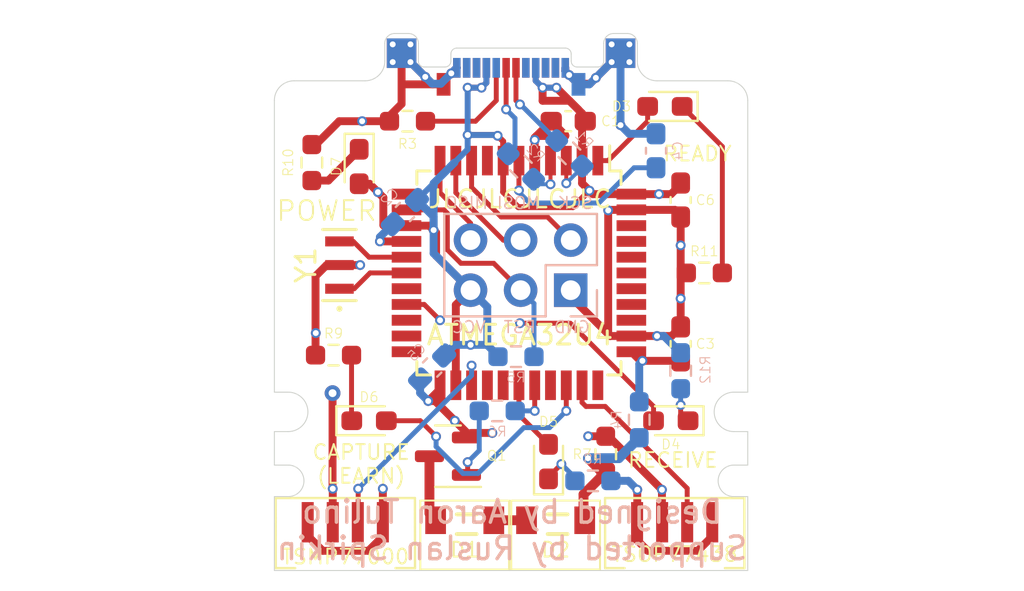
<source format=kicad_pcb>
(kicad_pcb (version 20221018) (generator pcbnew)
  (layers (0 "F.Cu" signal) (1 "In1.Cu" power) (2 "In2.Cu" power) (31 "B.Cu" signal) (34 "B.Paste" user) (35 "F.Paste" user) (36 "B.SilkS" user "B.Silkscreen") (37 "F.SilkS" user "F.Silkscreen") (38 "B.Mask" user) (39 "F.Mask" user) (44 "Edge.Cuts" user))
  (net 0 "")
  (net 1 "VCC")
  (net 2 "GND")
  (net 3 "Net-(U1-UCAP)")
  (net 4 "Net-(D1-A)")
  (net 5 "Net-(D1-K)")
  (net 6 "SPI_SCK")
  (net 7 "RESET")
  (net 8 "SPI_MOSI")
  (net 9 "SPI_MISO")
  (net 10 "Net-(D2-A)")
  (net 11 "Net-(D3-K)")
  (net 12 "Net-(D4-K)")
  (net 13 "Net-(D5-K)")
  (net 14 "Net-(D6-K)")
  (net 15 "Net-(D7-K)")
  (net 18 "Net-(P1-CC)")
  (net 19 "Net-(P1-D+)")
  (net 20 "Net-(P1-D-)")
  (net 25 "USB_DN")
  (net 26 "USB_DP")
  (net 27 "TX_LEDs")
  (net 28 "Ready Indic")
  (net 30 "XTAL2")
  (net 31 "XTAL1")
  (net 33 "Recieve Indic")
  (net 34 "UART_RX")
  (net 35 "UART_TX")
  (net 37 "LEARN")
  (net 39 "Net-(Q1-B)")
  (net 40 "Transmit Indic")
  (net 42 "Capture Indic")
  (net 43 "RECIEVE")
  (net 44 "HWB")
  (net 51 "AREF")
  (footprint "Resistor_SMD:R_0603_1608Metric_Pad0.98x0.95mm_HandSolder" (layer "F.Cu") (at 150 91.1)
    (fp_text reference "R11")
    (fp_text value "150")
  )
  (footprint "Resistor_SMD:R_0603_1608Metric_Pad0.98x0.95mm_HandSolder" (layer "F.Cu") (at 130.1 85.5 -90)
    (fp_text reference "R10")
    (fp_text value "150")
  )
  (footprint "Acheron Mounting Holes:ToolingHole_1.152mm_(for_JLCPCB_SMT)" (layer "F.Cu") (at 129.7 82.55)
    (fp_text reference "REF**" hide)
    (fp_text value "ToolingHole_1.152mm_(for_JLCPCB_SMT)")
  )
  (footprint "RESONATOR_00G55A000R0_MUR:RESONATOR_00G55A000R0_MUR" (layer "F.Cu") (at 131.5 90.7 90)
    (fp_text reference "Y1")
    (fp_text value "CSTNE8M00G55A000R0")
  )
  (footprint "IN-S126ESGHIR:IN-S126ESGHIR" (layer "F.Cu") (at 137.85 105.9 90)
    (fp_text reference "D1")
    (fp_text value "TSAL6200" hide)
  )
  (footprint "Modified_And_Customized:TestPoint_Pad_1.5x1.5mm" (layer "F.Cu") (at 134.65 79.95)
    (fp_text reference "TP1" hide)
    (fp_text value "TestPoint")
  )
  (footprint "TSSP77P38T:Vishay_Heimdall_90" (layer "F.Cu") (at 131.8 104.25 90)
    (fp_text reference "U2" hide)
    (fp_text value "TSMP77000")
  )
  (footprint "Capacitor_SMD:C_0603_1608Metric_Pad1.08x0.95mm_HandSolder" (layer "F.Cu") (at 148.8 94.7 90)
    (fp_text reference "C3")
    (fp_text value "0.1uF")
  )
  (footprint "Capacitor_SMD:C_0603_1608Metric_Pad1.08x0.95mm_HandSolder" (layer "F.Cu") (at 143.1 83.4 180)
    (fp_text reference "C1")
    (fp_text value "0.1uF")
  )
  (footprint "Acheron Mounting Holes:ToolingHole_1.152mm_(for_JLCPCB_SMT)" (layer "F.Cu") (at 140.2 101.6)
    (fp_text reference "REF**" hide)
    (fp_text value "ToolingHole_1.152mm_(for_JLCPCB_SMT)")
  )
  (footprint "LED_SMD:LED_0603_1608Metric_Pad1.05x0.95mm_HandSolder" (layer "F.Cu") (at 142.1 100.675 90)
    (fp_text reference "D5")
    (fp_text value "LTST-C191KFKT")
  )
  (footprint "Package_TO_SOT_SMD:SOT-23" (layer "F.Cu") (at 137 100.4 180)
    (fp_text reference "Q1")
    (fp_text value "MMBT3904")
  )
  (footprint "Resistor_SMD:R_0603_1608Metric_Pad0.98x0.95mm_HandSolder" (layer "F.Cu") (at 145 100.3 90)
    (fp_text reference "R7")
    (fp_text value "47")
  )
  (footprint "TSSP77P38T:Vishay_Heimdall_90" (layer "F.Cu") (at 148.5 104.25 90)
    (fp_text reference "U3" hide)
    (fp_text value "TSOP77438")
  )
  (footprint "Capacitor_SMD:C_0603_1608Metric_Pad1.08x0.95mm_HandSolder" (layer "F.Cu") (at 148.8 87.4 -90)
    (fp_text reference "C6")
    (fp_text value "1uF")
  )
  (footprint "Resistor_SMD:R_0603_1608Metric_Pad0.98x0.95mm_HandSolder" (layer "F.Cu") (at 131.2 95.27)
    (fp_text reference "R9")
    (fp_text value "150")
  )
  (footprint "LED_SMD:LED_0603_1608Metric_Pad1.05x0.95mm_HandSolder" (layer "F.Cu") (at 148.3 98.6 180)
    (fp_text reference "D4")
    (fp_text value "LTST-C191KSKT")
  )
  (footprint "IN-S126ESGHIR:IN-S126ESGHIR" (layer "F.Cu") (at 142.46 105.9 90)
    (fp_text reference "D2")
    (fp_text value "TSAL6200" hide)
  )
  (footprint "Modified_And_Customized:TestPoint_Pad_1.5x1.5mm" (layer "F.Cu") (at 145.75 79.95)
    (fp_text reference "TP3" hide)
    (fp_text value "TestPoint")
  )
  (footprint "LED_SMD:LED_0603_1608Metric_Pad1.05x0.95mm_HandSolder" (layer "F.Cu") (at 133 98.6)
    (fp_text reference "D6")
    (fp_text value "LTST-C191KSKT")
  )
  (footprint "LED_SMD:LED_0603_1608Metric_Pad1.05x0.95mm_HandSolder" (layer "F.Cu") (at 132.5 85.7 -90)
    (fp_text reference "D7")
    (fp_text value "LTST-C191KRKT")
  )
  (footprint "Acheron Mounting Holes:ToolingHole_1.152mm_(for_JLCPCB_SMT)" (layer "F.Cu") (at 150.8 82.85)
    (fp_text reference "REF**" hide)
    (fp_text value "ToolingHole_1.152mm_(for_JLCPCB_SMT)")
  )
  (footprint "Package_QFP:TQFP-44_10x10mm_P0.8mm" (layer "F.Cu") (at 140.6 91.1 -90)
    (fp_text reference "U1" hide)
    (fp_text value "ATmega32U4-AU")
  )
  (footprint "Expansion_Card:USB_C_Plug_Molex_105444" (layer "F.Cu") (at 140.2 80.65)
    (fp_text reference "P1")
    (fp_text value "USB_C_Plug")
    (fp_line (start -3.35 0) (end -4.3 0) (stroke (width 0.05)) (layer "Edge.Cuts"))
    (fp_line (start -3.05 -0.66) (end -3.05 -0.3) (stroke (width 0.05)) (layer "Edge.Cuts"))
    (fp_line (start -2.75 -0.96) (end 2.75 -0.96) (stroke (width 0.05)) (layer "Edge.Cuts"))
    (fp_line (start 3.05 -0.66) (end 3.05 -0.3) (stroke (width 0.05)) (layer "Edge.Cuts"))
    (fp_line (start 3.35 0) (end 4.3 0) (stroke (width 0.05)) (layer "Edge.Cuts"))
    (fp_arc (start -3.05 -0.66) (mid -2.962132 -0.872132) (end -2.75 -0.96) (stroke (width 0.05)) (layer "Edge.Cuts"))
    (fp_arc (start -3.05 -0.3) (mid -3.137868 -0.087868) (end -3.35 0) (stroke (width 0.05)) (layer "Edge.Cuts"))
    (fp_arc (start 2.75 -0.96) (mid 2.962132 -0.872132) (end 3.05 -0.66) (stroke (width 0.05)) (layer "Edge.Cuts"))
    (fp_arc (start 3.35 0) (mid 3.137868 -0.087868) (end 3.05 -0.3) (stroke (width 0.05)) (layer "Edge.Cuts"))
  )
  (footprint "LED_SMD:LED_0603_1608Metric_Pad1.05x0.95mm_HandSolder" (layer "F.Cu") (at 148 82.65 180)
    (fp_text reference "D3")
    (fp_text value "LTST-C191KGKT")
  )
  (footprint "Resistor_SMD:R_0603_1608Metric_Pad0.98x0.95mm_HandSolder" (layer "F.Cu") (at 134.95 83.4 180)
    (fp_text reference "R3")
    (fp_text value "5.1k")
  )
  (footprint "Resistor_SMD:R_0603_1608Metric_Pad0.98x0.95mm_HandSolder" (layer "B.Cu") (at 144.35 101.65 180)
    (fp_text reference "R8")
    (fp_text value "150")
  )
  (footprint "Capacitor_SMD:C_0603_1608Metric_Pad1.08x0.95mm_HandSolder" (layer "B.Cu") (at 134.82 88.01 -135)
    (fp_text reference "C2")
    (fp_text value "0.1uF")
  )
  (footprint "Modified_And_Customized:TestPoint_Pad_1.5x1.5mm" (layer "B.Cu") (at 134.65 79.95 180)
    (fp_text reference "TP2" hide)
    (fp_text value "TestPoint")
  )
  (footprint "Connector_PinHeader_2.54mm:PinHeader_2x03_P2.54mm_Vertical" (layer "B.Cu") (at 143.225 91.975 90)
    (fp_text reference "J1" hide)
    (fp_text value "ISP")
  )
  (footprint "Resistor_SMD:R_0603_1608Metric_Pad0.98x0.95mm_HandSolder" (layer "B.Cu") (at 140.45 95.35 180)
    (fp_text reference "R5")
    (fp_text value "10kΩ")
  )
  (footprint "Resistor_SMD:R_0603_1608Metric_Pad0.98x0.95mm_HandSolder" (layer "B.Cu") (at 140.7 85.7 -45)
    (fp_text reference "R2")
    (fp_text value "22")
  )
  (footprint "Resistor_SMD:R_0603_1608Metric_Pad0.98x0.95mm_HandSolder" (layer "B.Cu") (at 143.16 85.03 -45)
    (fp_text reference "R1")
    (fp_text value "22")
  )
  (footprint "Capacitor_SMD:C_0603_1608Metric_Pad1.08x0.95mm_HandSolder" (layer "B.Cu") (at 147.55 84.9 90)
    (fp_text reference "C4")
    (fp_text value "1uF")
  )
  (footprint "Resistor_SMD:R_0603_1608Metric_Pad0.98x0.95mm_HandSolder" (layer "B.Cu") (at 148.8 96.0625 -90)
    (fp_text reference "R12")
    (fp_text value "150")
  )
  (footprint "Resistor_SMD:R_0603_1608Metric_Pad0.98x0.95mm_HandSolder" (layer "B.Cu") (at 146.7 98.55 90)
    (fp_text reference "R4")
    (fp_text value "47")
  )
  (footprint "Resistor_SMD:R_0603_1608Metric_Pad0.98x0.95mm_HandSolder" (layer "B.Cu") (at 139.5 98.1 180)
    (fp_text reference "R6")
    (fp_text value "1k")
  )
  (footprint "Modified_And_Customized:TestPoint_Pad_1.5x1.5mm" (layer "B.Cu") (at 145.75 79.95 180)
    (fp_text reference "TP4" hide)
    (fp_text value "TestPoint")
  )
  (footprint "Capacitor_SMD:C_0603_1608Metric_Pad1.08x0.95mm_HandSolder" (layer "B.Cu") (at 136.2 95.9 -135)
    (fp_text reference "C5")
    (fp_text value "0.1uF")
  )
  (gr_arc (start 128.9 97.15) (mid 129.9 98.15) (end 128.9 99.15) (stroke (width 0.05)) (layer "Edge.Cuts"))
  (gr_line (start 128.9 100.85) (end 128.2 100.85) (stroke (width 0.05)) (layer "Edge.Cuts"))
  (gr_line (start 135.8 80.65) (end 135.9 80.65) (stroke (width 0.05)) (layer "Edge.Cuts"))
  (gr_line (start 144.9 80.35) (end 144.9 79.45) (stroke (width 0.05)) (layer "Edge.Cuts"))
  (gr_arc (start 151.5 102.45) (mid 150.7 101.65) (end 151.5 100.85) (stroke (width 0.05)) (layer "Edge.Cuts"))
  (gr_line (start 128.9 97.15) (end 128.2 97.15) (stroke (width 0.05)) (layer "Edge.Cuts"))
  (gr_line (start 152.2 97.15) (end 152.2 82.35) (stroke (width 0.05)) (layer "Edge.Cuts"))
  (gr_line (start 133.8 80.35) (end 133.8 79.45) (stroke (width 0.05)) (layer "Edge.Cuts"))
  (gr_arc (start 151.2 81.35) (mid 151.907107 81.642893) (end 152.2 82.35) (stroke (width 0.05)) (layer "Edge.Cuts"))
  (gr_line (start 128.2 102.45) (end 128.9 102.45) (stroke (width 0.05)) (layer "Edge.Cuts"))
  (gr_line (start 132.8 81.35) (end 129.2 81.35) (stroke (width 0.05)) (layer "Edge.Cuts"))
  (gr_line (start 151.5 102.45) (end 152.2 102.45) (stroke (width 0.05)) (layer "Edge.Cuts"))
  (gr_arc (start 144.9 80.35) (mid 144.812132 80.562132) (end 144.6 80.65) (stroke (width 0.05)) (layer "Edge.Cuts"))
  (gr_arc (start 151.5 99.15) (mid 150.5 98.15) (end 151.5 97.15) (stroke (width 0.05)) (layer "Edge.Cuts"))
  (gr_line (start 147.6 81.35) (end 151.2 81.35) (stroke (width 0.05)) (layer "Edge.Cuts"))
  (gr_arc (start 133.8 79.45) (mid 133.946447 79.096447) (end 134.3 78.95) (stroke (width 0.05)) (layer "Edge.Cuts"))
  (gr_line (start 151.5 100.85) (end 152.2 100.85) (stroke (width 0.05)) (layer "Edge.Cuts"))
  (gr_line (start 152.2 106.2) (end 128.2 106.2) (stroke (width 0.05)) (layer "Edge.Cuts"))
  (gr_line (start 135 78.95) (end 134.3 78.95) (stroke (width 0.05)) (layer "Edge.Cuts"))
  (gr_arc (start 133.8 80.35) (mid 133.507107 81.057107) (end 132.8 81.35) (stroke (width 0.05)) (layer "Edge.Cuts"))
  (gr_line (start 146.6 80.35) (end 146.6 79.45) (stroke (width 0.05)) (layer "Edge.Cuts"))
  (gr_arc (start 135.8 80.65) (mid 135.587868 80.562132) (end 135.5 80.35) (stroke (width 0.05)) (layer "Edge.Cuts"))
  (gr_arc (start 147.6 81.35) (mid 146.892893 81.057107) (end 146.6 80.35) (stroke (width 0.05)) (layer "Edge.Cuts"))
  (gr_line (start 144.5 80.65) (end 144.6 80.65) (stroke (width 0.05)) (layer "Edge.Cuts"))
  (gr_line (start 135.5 80.35) (end 135.5 79.45) (stroke (width 0.05)) (layer "Edge.Cuts"))
  (gr_arc (start 128.2 82.35) (mid 128.492893 81.642893) (end 129.2 81.35) (stroke (width 0.05)) (layer "Edge.Cuts"))
  (gr_line (start 146.1 78.95) (end 145.4 78.95) (stroke (width 0.05)) (layer "Edge.Cuts"))
  (gr_arc (start 128.9 100.85) (mid 129.7 101.65) (end 128.9 102.45) (stroke (width 0.05)) (layer "Edge.Cuts"))
  (gr_line (start 151.5 99.15) (end 152.2 99.15) (stroke (width 0.05)) (layer "Edge.Cuts"))
  (gr_line (start 152.2 100.85) (end 152.2 99.15) (stroke (width 0.05)) (layer "Edge.Cuts"))
  (gr_line (start 152.2 106.2) (end 152.2 102.45) (stroke (width 0.05)) (layer "Edge.Cuts"))
  (gr_arc (start 144.9 79.45) (mid 145.046447 79.096447) (end 145.4 78.95) (stroke (width 0.05)) (layer "Edge.Cuts"))
  (gr_line (start 151.5 97.15) (end 152.2 97.15) (stroke (width 0.05)) (layer "Edge.Cuts"))
  (gr_line (start 128.9 99.15) (end 128.2 99.15) (stroke (width 0.05)) (layer "Edge.Cuts"))
  (gr_line (start 128.2 102.45) (end 128.2 106.2) (stroke (width 0.05)) (layer "Edge.Cuts"))
  (gr_arc (start 135 78.95) (mid 135.353553 79.096447) (end 135.5 79.45) (stroke (width 0.05)) (layer "Edge.Cuts"))
  (gr_arc (start 146.1 78.95) (mid 146.453553 79.096447) (end 146.6 79.45) (stroke (width 0.05)) (layer "Edge.Cuts"))
  (gr_line (start 128.2 97.15) (end 128.2 82.35) (stroke (width 0.05)) (layer "Edge.Cuts"))
  (gr_line (start 128.2 100.85) (end 128.2 99.15) (stroke (width 0.05)) (layer "Edge.Cuts"))
  (gr_text "GND  RST  VCC" (at 140.7 93.85) (layer "B.SilkS") (effects (font (size 0.6 0.6) (thickness 0.075)) (justify mirror)))
  (gr_text "Designed by Aaron Tulino\nSupported by Ruslan Spirkin" (at 140.25 104.15) (layer "B.SilkS") (effects (font (size 1.15 1.1) (thickness 0.175)) (justify mirror)))
  (gr_text "SCK  MOSI MISO" (at 140.6 87.55) (layer "B.SilkS") (effects (font (size 0.6 0.6) (thickness 0.075)) (justify mirror)))
  (gr_text "READY" (at 149.65 85.05) (layer "F.SilkS") (effects (font (size 0.75 0.75) (thickness 0.1))))
  (gr_text "ATMEGA32U4" (at 140.65 94.25) (layer "F.SilkS") (effects (font (size 1 1))))
  (gr_text "JLCJLCJLCJLC" (at 140.65 87.35) (layer "F.SilkS") (effects (font (size 0.9 0.9) (thickness 0.125))))
  (gr_text "RECEIVE" (at 148.4 100.6) (layer "F.SilkS") (effects (font (size 0.75 0.75) (thickness 0.1))))
  (gr_text "POWER" (at 130.85 87.95) (layer "F.SilkS") (effects (font (size 1 1) (thickness 0.1))))
  (gr_text "CAPTURE\n(LEARN)" (at 132.6 100.8) (layer "F.SilkS") (effects (font (size 0.75 0.75) (thickness 0.1))))
  (segment (start 141.8 82.363084) (end 141.8 81.7) (width 0.4) (layer "F.Cu") (net 1))
  (segment (start 139.8 86.993884) (end 140.566116 87.76) (width 0.3) (layer "F.Cu") (net 1))
  (segment (start 138 84.1) (end 139.48 84.1) (width 0.3) (layer "F.Cu") (net 1))
  (segment (start 138.95 81.45) (end 138.7 81.7) (width 0.3) (layer "F.Cu") (net 1))
  (segment (start 141.45 80.69) (end 141.45 81.35) (width 0.3) (layer "F.Cu") (net 1))
  (segment (start 137.4 92.72) (end 138.145 91.975) (width 0.4) (layer "F.Cu") (net 1))
  (segment (start 141.45 81.35) (end 141.8 81.7) (width 0.3) (layer "F.Cu") (net 1))
  (segment (start 146.3 87.1) (end 148.3125 87.1) (width 0.4) (layer "F.Cu") (net 1))
  (segment (start 140.566116 87.76) (end 143.34 87.76) (width 0.3) (layer "F.Cu") (net 1))
  (segment (start 136.4 89.05) (end 136.4 90.23) (width 0.4) (layer "F.Cu") (net 1))
  (segment (start 143.605 82.805) (end 142.5 81.7) (width 0.4) (layer "F.Cu") (net 1))
  (segment (start 141.8 82.363084) (end 143.163084 82.363084) (width 0.4) (layer "F.Cu") (net 1))
  (segment (start 133.725 88.675) (end 133.75 88.7) (width 0.4) (layer "F.Cu") (net 1))
  (segment (start 143.8 83) (end 143.605 82.805) (width 0.4) (layer "F.Cu") (net 1))
  (segment (start 137.4 96.8) (end 137.4 92.72) (width 0.4) (layer "F.Cu") (net 1))
  (segment (start 148.3125 87.1) (end 148.875 86.5375) (width 0.4) (layer "F.Cu") (net 1))
  (segment (start 136.275 88.925) (end 136.4 89.05) (width 0.4) (layer "F.Cu") (net 1))
  (segment (start 138.95 80.69) (end 138.95 81.45) (width 0.3) (layer "F.Cu") (net 1))
  (segment (start 146.76 95.56) (end 146.3 95.1) (width 0.4) (layer "F.Cu") (net 1))
  (segment (start 136.05 88.7) (end 136.275 88.925) (width 0.4) (layer "F.Cu") (net 1))
  (segment (start 131.16 102.05) (end 131.15 102.04) (width 0.4) (layer "F.Cu") (net 1))
  (segment (start 143.163084 82.363084) (end 143.605 82.805) (width 0.4) (layer "F.Cu") (net 1))
  (segment (start 141.8 81.7) (end 142.5 81.7) (width 0.3) (layer "F.Cu") (net 1))
  (segment (start 136.4 90.23) (end 138.145 91.975) (width 0.4) (layer "F.Cu") (net 1))
  (segment (start 139.52 84.14) (end 139.8 84.42) (width 0.3) (layer "F.Cu") (net 1))
  (segment (start 139.48 84.1) (end 139.52 84.14) (width 0.3) (layer "F.Cu") (net 1))
  (segment (start 133.55 87.1) (end 133.725 87.275) (width 0.4) (layer "F.Cu") (net 1))
  (segment (start 145.1375 99.3875) (end 147.85 102.1) (width 0.4) (layer "F.Cu") (net 1))
  (segment (start 146.86 95.56) (end 146.76 95.56) (width 0.4) (layer "F.Cu") (net 1))
  (segment (start 133.75 88.7) (end 134.9 88.7) (width 0.4) (layer "F.Cu") (net 1))
  (segment (start 131.15 102.04) (end 131.15 97.2) (width 0.4) (layer "F.Cu") (net 1))
  (segment (start 144.35 87.1) (end 146.3 87.1) (width 0.4) (layer "F.Cu") (net 1))
  (segment (start 134.9 88.7) (end 136.05 88.7) (width 0.4) (layer "F.Cu") (net 1))
  (segment (start 143.8 85.4) (end 143.8 83) (width 0.4) (layer "F.Cu") (net 1))
  (segment (start 131.16 102.05) (end 131.16 103.75) (width 0.4) (layer "F.Cu") (net 1))
  (segment (start 147.85 102.1) (end 147.85 103.74) (width 0.4) (layer "F.Cu") (net 1))
  (segment (start 133.725 87.275) (end 133.725 88.675) (width 0.4) (layer "F.Cu") (net 1))
  (segment (start 132.5 86.575) (end 133.025 86.575) (width 0.4) (layer "F.Cu") (net 1))
  (segment (start 138.7 81.7) (end 138 81.7) (width 0.3) (layer "F.Cu") (net 1))
  (segment (start 133.025 86.575) (end 133.55 87.1) (width 0.4) (layer "F.Cu") (net 1))
  (segment (start 139.8 85.4) (end 139.8 86.993884) (width 0.3) (layer "F.Cu") (net 1))
  (segment (start 144.11 99.3875) (end 145 99.3875) (width 0.4) (layer "F.Cu") (net 1))
  (segment (start 146.86 95.56) (end 148.7975 95.56) (width 0.4) (layer "F.Cu") (net 1))
  (segment (start 143.34 87.76) (end 144.175 86.925) (width 0.3) (layer "F.Cu") (net 1))
  (segment (start 143.8 85.4) (end 143.8 86.55) (width 0.4) (layer "F.Cu") (net 1))
  (segment (start 143.8 86.55) (end 144.35 87.1) (width 0.4) (layer "F.Cu") (net 1))
  (segment (start 139.8 84.42) (end 139.8 85.4) (width 0.3) (layer "F.Cu") (net 1))
  (via (at 141.8 81.7) (size 0.5) (drill 0.3) (layers "F.Cu" "B.Cu") (net 1))
  (via (at 133.45 87) (size 0.5) (drill 0.3) (layers "F.Cu" "B.Cu") (net 1))
  (via (at 131.15 97.2) (size 0.8) (drill 0.4) (layers "F.Cu" "B.Cu") (net 1))
  (via (at 138 81.7) (size 0.5) (drill 0.3) (layers "F.Cu" "B.Cu") (net 1))
  (via (at 136.275 88.925) (size 0.5) (drill 0.3) (layers "F.Cu" "B.Cu") (net 1))
  (via (at 138.7 81.7) (size 0.5) (drill 0.3) (layers "F.Cu" "B.Cu") (net 1))
  (via (at 144.175 86.925) (size 0.5) (drill 0.3) (layers "F.Cu" "B.Cu") (net 1))
  (via (at 147.7 87.1) (size 0.5) (drill 0.3) (layers "F.Cu" "B.Cu") (net 1))
  (via (at 138 84.1) (size 0.5) (drill 0.3) (layers "F.Cu" "B.Cu") (net 1))
  (via (at 144.11 99.3875) (size 0.5) (drill 0.3) (layers "F.Cu" "B.Cu") (net 1))
  (via (at 142.5 81.7) (size 0.5) (drill 0.3) (layers "F.Cu" "B.Cu") (net 1))
  (via (at 147.85 102.1) (size 0.5) (drill 0.3) (layers "F.Cu" "B.Cu") (net 1))
  (via (at 139.52 84.14) (size 0.5) (drill 0.3) (layers "F.Cu" "B.Cu") (net 1))
  (via (at 146.86 95.56) (size 0.5) (drill 0.3) (layers "F.Cu" "B.Cu") (net 1))
  (via (at 138.15 94.75) (size 0.5) (drill 0.3) (layers "F.Cu" "B.Cu") (net 1))
  (via (at 131.16 102.05) (size 0.5) (drill 0.3) (layers "F.Cu" "B.Cu") (net 1))
  (segment (start 136.275 88.925) (end 136.275 88.24524) (width 0.4) (layer "B.Cu") (net 1))
  (segment (start 139.48 84.1) (end 139.52 84.14) (width 0.3) (layer "B.Cu") (net 1))
  (segment (start 138.7 81.7) (end 138 81.7) (width 0.3) (layer "B.Cu") (net 1))
  (segment (start 136.275 88.925) (end 136.275 86.555) (width 0.4) (layer "B.Cu") (net 1))
  (segment (start 138.145 91.975) (end 138.995 92.825) (width 0.4) (layer "B.Cu") (net 1))
  (segment (start 138.15 94.75) (end 137.35 94.75) (width 0.4) (layer "B.Cu") (net 1))
  (segment (start 138.15 94.75) (end 138.9875 94.75) (width 0.4) (layer "B.Cu") (net 1))
  (segment (start 138.95 80.69) (end 138.95 81.45) (width 0.3) (layer "B.Cu") (net 1))
  (segment (start 141.45 81.35) (end 141.8 81.7) (width 0.3) (layer "B.Cu") (net 1))
  (segment (start 138.95 81.45) (end 138.7 81.7) (width 0.3) (layer "B.Cu") (net 1))
  (segment (start 141.45 80.69) (end 141.45 81.35) (width 0.3) (layer "B.Cu") (net 1))
  (segment (start 137.35 94.75) (end 136.80988 95.29012) (width 0.4) (layer "B.Cu") (net 1))
  (segment (start 138.9875 94.75) (end 139.2875 95.05) (width 0.4) (layer "B.Cu") (net 1))
  (segment (start 138.995 94.7425) (end 138.9875 94.75) (width 0.4) (layer "B.Cu") (net 1))
  (segment (start 137.33 85.5) (end 135.42988 87.40012) (width 0.3) (layer "B.Cu") (net 1))
  (segment (start 138 84.1) (end 138 84.83) (width 0.3) (layer "B.Cu") (net 1))
  (segment (start 136.275 88.24524) (end 135.42988 87.40012) (width 0.4) (layer "B.Cu") (net 1))
  (segment (start 146.7 97.6375) (end 146.7 95.72) (width 0.4) (layer "B.Cu") (net 1))
  (segment (start 138 84.1) (end 139.48 84.1) (width 0.3) (layer "B.Cu") (net 1))
  (segment (start 138 81.7) (end 138 84.1) (width 0.3) (layer "B.Cu") (net 1))
  (segment (start 138 84.83) (end 137.33 85.5) (width 0.3) (layer "B.Cu") (net 1))
  (segment (start 136.275 86.555) (end 137.33 85.5) (width 0.4) (layer "B.Cu") (net 1))
  (segment (start 142.5 81.7) (end 141.8 81.7) (width 0.3) (layer "B.Cu") (net 1))
  (segment (start 136.275 88.925) (end 136.275 90.105) (width 0.4) (layer "B.Cu") (net 1))
  (segment (start 136.275 90.105) (end 138.145 91.975) (width 0.4) (layer "B.Cu") (net 1))
  (segment (start 138.995 92.825) (end 138.995 94.7425) (width 0.4) (layer "B.Cu") (net 1))
  (segment (start 146.7 95.72) (end 146.86 95.56) (width 0.4) (layer "B.Cu") (net 1))
  (segment (start 149.6702 105.198499) (end 147.1302 105.198499) (width 0.4) (layer "F.Cu") (net 2))
  (segment (start 150.4 104.468699) (end 149.6702 105.198499) (width 0.4) (layer "F.Cu") (net 2))
  (segment (start 136.6 97) (end 136 97.6) (width 0.4) (layer "F.Cu") (net 2))
  (segment (start 146.3 87.9) (end 148.5125 87.9) (width 0.4) (layer "F.Cu") (net 2))
  (segment (start 136.78 81.36) (end 137.17 80.97) (width 0.4) (layer "F.Cu") (net 2))
  (segment (start 141.4 85.4) (end 141.4 84.2375) (width 0.4) (layer "F.Cu") (net 2))
  (segment (start 147.1302 105.198499) (end 146.59 104.658299) (width 0.4) (layer "F.Cu") (net 2))
  (segment (start 134.65 79.95) (end 134.65 82.525) (width 0.4) (layer "F.Cu") (net 2))
  (segment (start 136 97.6) (end 136.35 97.6) (width 0.4) (layer "F.Cu") (net 2))
  (segment (start 137.17 80.97) (end 137.45 80.69) (width 0.4) (layer "F.Cu") (net 2))
  (segment (start 148.3375 94.3) (end 148.8 93.8375) (width 0.4) (layer "F.Cu") (net 2))
  (segment (start 130.2875 91.261356) (end 130.848856 90.7) (width 0.4) (layer "F.Cu") (net 2))
  (segment (start 135.85 81.15) (end 135.1 80.4) (width 0.4) (layer "F.Cu") (net 2))
  (segment (start 130.65 105.2) (end 129.89 104.44) (width 0.4) (layer "F.Cu") (net 2))
  (segment (start 141.4875 84.15) (end 141.4 84.2375) (width 0.4) (layer "F.Cu") (net 2))
  (segment (start 132.968699 105.2) (end 130.65 105.2) (width 0.4) (layer "F.Cu") (net 2))
  (segment (start 145.125 87.925) (end 145.125 94.2) (width 0.4) (layer "F.Cu") (net 2))
  (segment (start 133.7 102.05) (end 133.7 103.75) (width 0.4) (layer "F.Cu") (net 2))
  (segment (start 136.6 97.85) (end 137.35 98.6) (width 0.4) (layer "F.Cu") (net 2))
  (segment (start 142.95 84.15) (end 142.95 84.1125) (width 0.4) (layer "F.Cu") (net 2))
  (segment (start 146.3 94.3) (end 147.6 94.3) (width 0.4) (layer "F.Cu") (net 2))
  (segment (start 142.95 84.15) (end 141.4875 84.15) (width 0.4) (layer "F.Cu") (net 2))
  (segment (start 142.95 84.1125) (end 142.2375 83.4) (width 0.4) (layer "F.Cu") (net 2))
  (segment (start 143.225 92.3) (end 145.225 94.3) (width 0.4) (layer "F.Cu") (net 2))
  (segment (start 145.225 94.3) (end 146.3 94.3) (width 0.4) (layer "F.Cu") (net 2))
  (segment (start 136.6 96.8) (end 136.6 97.85) (width 0.4) (layer "F.Cu") (net 2))
  (segment (start 132.55 90.7) (end 131.5 90.7) (width 0.4) (layer "F.Cu") (net 2))
  (segment (start 139.25 99.22) (end 138.1675 99.22) (width 0.4) (layer "F.Cu") (net 2))
  (segment (start 142.95 80.86) (end 143.145 81.055) (width 0.4) (layer "F.Cu") (net 2))
  (segment (start 136.35 97.6) (end 136.6 97.85) (width 0.4) (layer "F.Cu") (net 2))
  (segment (start 141.4 84.2375) (end 142.2375 83.4) (width 0.4) (layer "F.Cu") (net 2))
  (segment (start 133.7 104.468699) (end 132.968699 105.2) (width 0.4) (layer "F.Cu") (net 2))
  (segment (start 130.848856 90.7) (end 131.5 90.7) (width 0.4) (layer "F.Cu") (net 2))
  (segment (start 142.95 80.69) (end 142.95 80.86) (width 0.4) (layer "F.Cu") (net 2))
  (segment (start 145.125 94.2) (end 145.225 94.3) (width 0.4) (layer "F.Cu") (net 2))
  (segment (start 137.9375 99.1875) (end 137.35 98.6) (width 0.4) (layer "F.Cu") (net 2))
  (segment (start 145.15 87.9) (end 145.125 87.925) (width 0.4) (layer "F.Cu") (net 2))
  (segment (start 144.5 81.2) (end 145.3 80.4) (width 0.4) (layer "F.Cu") (net 2))
  (segment (start 148.8 93.8375) (end 148.8 88.2625) (width 0.4) (layer "F.Cu") (net 2))
  (segment (start 136.23 81.53) (end 135.85 81.15) (width 0.4) (layer "F.Cu") (net 2))
  (segment (start 133.55 89.5) (end 134.9 89.5) (width 0.4) (layer "F.Cu") (net 2))
  (segment (start 134.8575 81.53) (end 136.78 81.53) (width 0.4) (layer "F.Cu") (net 2))
  (segment (start 130.2875 95.27) (end 130.2875 91.261356) (width 0.4) (layer "F.Cu") (net 2))
  (segment (start 146.3 87.9) (end 145.15 87.9) (width 0.4) (layer "F.Cu") (net 2))
  (segment (start 132.65 83.4) (end 133.775 83.4) (width 0.4) (layer "F.Cu") (net 2))
  (segment (start 148.5125 87.9) (end 148.875 88.2625) (width 0.4) (layer "F.Cu") (net 2))
  (segment (start 132.65 83.4) (end 131.4875 83.4) (width 0.4) (layer "F.Cu") (net 2))
  (segment (start 146.6 102.1) (end 146.6 103.74) (width 0.4) (layer "F.Cu") (net 2))
  (segment (start 147.6 94.3) (end 148.3375 94.3) (width 0.4) (layer "F.Cu") (net 2))
  (segment (start 144.5 81.2) (end 144.2 81.5) (width 0.4) (layer "F.Cu") (net 2))
  (segment (start 143.59 81.5) (end 143.145 81.055) (width 0.4) (layer "F.Cu") (net 2))
  (segment (start 134.65 82.525) (end 133.775 83.4) (width 0.4) (layer "F.Cu") (net 2))
  (segment (start 131.4875 83.4) (end 130.3 84.5875) (width 0.4) (layer "F.Cu") (net 2))
  (segment (start 146.59 104.658299) (end 146.59 103.75) (width 0.4) (layer "F.Cu") (net 2))
  (segment (start 144.2 81.5) (end 143.59 81.5) (width 0.4) (layer "F.Cu") (net 2))
  (via (at 135.85 81.15) (size 0.5) (drill 0.3) (layers "F.Cu" "B.Cu") (net 2))
  (via (at 141.4 84.35) (size 0.5) (drill 0.3) (layers "F.Cu" "B.Cu") (net 2))
  (via (at 148.8 92.4) (size 0.5) (drill 0.3) (layers "F.Cu" "B.Cu") (net 2))
  (via (at 143.145 81.055) (size 0.5) (drill 0.3) (layers "F.Cu" "B.Cu") (net 2))
  (via (at 146.6 102.1) (size 0.5) (drill 0.3) (layers "F.Cu" "B.Cu") (net 2))
  (via (at 133.55 89.5) (size 0.5) (drill 0.3) (layers "F.Cu" "B.Cu") (net 2))
  (via (at 136 97.6) (size 0.5) (drill 0.3) (layers "F.Cu" "B.Cu") (net 2))
  (via (at 137.35 98.6) (size 0.5) (drill 0.3) (layers "F.Cu" "B.Cu") (net 2))
  (via (at 145.3 80.4) (size 0.5) (drill 0.3) (layers "F.Cu" "B.Cu") (net 2))
  (via (at 146.2 79.5) (size 0.5) (drill 0.3) (layers "F.Cu" "B.Cu") (net 2))
  (via (at 144.5 81.2) (size 0.5) (drill 0.3) (layers "F.Cu" "B.Cu") (net 2))
  (via (at 135.1 79.5) (size 0.5) (drill 0.3) (layers "F.Cu" "B.Cu") (net 2))
  (via (at 145.75 83.6) (size 0.5) (drill 0.3) (layers "F.Cu" "B.Cu") (net 2))
  (via (at 137.17 80.97) (size 0.5) (drill 0.3) (layers "F.Cu" "B.Cu") (net 2))
  (via (at 148.8 89.7) (size 0.5) (drill 0.3) (layers "F.Cu" "B.Cu") (net 2))
  (via (at 145.125 87.925) (size 0.5) (drill 0.3) (layers "F.Cu" "B.Cu") (net 2))
  (via (at 139.25 99.22) (size 0.5) (drill 0.3) (layers "F.Cu" "B.Cu") (net 2))
  (via (at 132.65 83.4) (size 0.5) (drill 0.3) (layers "F.Cu" "B.Cu") (net 2))
  (via (at 146.2 80.4) (size 0.5) (drill 0.3) (layers "F.Cu" "B.Cu") (net 2))
  (via (at 134.2 79.5) (size 0.5) (drill 0.3) (layers "F.Cu" "B.Cu") (net 2))
  (via (at 130.3 94.15) (size 0.5) (drill 0.3) (layers "F.Cu" "B.Cu") (net 2))
  (via (at 135.1 80.4) (size 0.5) (drill 0.3) (layers "F.Cu" "B.Cu") (net 2))
  (via (at 132.55 90.7) (size 0.5) (drill 0.3) (layers "F.Cu" "B.Cu") (net 2))
  (via (at 147.6 94.3) (size 0.5) (drill 0.3) (layers "F.Cu" "B.Cu") (net 2))
  (via (at 133.7 102.05) (size 0.5) (drill 0.3) (layers "F.Cu" "B.Cu") (net 2))
  (via (at 145.3 79.5) (size 0.5) (drill 0.3) (layers "F.Cu" "B.Cu") (net 2))
  (via (at 134.2 80.4) (size 0.5) (drill 0.3) (layers "F.Cu" "B.Cu") (net 2))
  (segment (start 136.2 81.5) (end 136.64 81.5) (width 0.4) (layer "B.Cu") (net 2))
  (segment (start 146.1875 84.0375) (end 145.75 83.6) (width 0.4) (layer "B.Cu") (net 2))
  (segment (start 145.2625 101.65) (end 146.15 101.65) (width 0.4) (layer "B.Cu") (net 2))
  (segment (start 136.64 81.5) (end 137.17 80.97) (width 0.4) (layer "B.Cu") (net 2))
  (segment (start 145.75 83.6) (end 145.75 79.95) (width 0.4) (layer "B.Cu") (net 2))
  (segment (start 147.6 94.3) (end 147.95 94.3) (width 0.4) (layer "B.Cu") (net 2))
  (segment (start 133.55 89.28) (end 134.21012 88.61988) (width 0.4) (layer "B.Cu") (net 2))
  (segment (start 135.59012 96.50988) (end 135.59012 97.19012) (width 0.4) (layer "B.Cu") (net 2))
  (segment (start 147.55 84.0375) (end 146.1875 84.0375) (width 0.4) (layer "B.Cu") (net 2))
  (segment (start 144.17 81.53) (end 144.5 81.2) (width 0.4) (layer "B.Cu") (net 2))
  (segment (start 143.62 81.53) (end 144.17 81.53) (width 0.4) (layer "B.Cu") (net 2))
  (segment (start 133.55 89.5) (end 133.55 89.28) (width 0.4) (layer "B.Cu") (net 2))
  (segment (start 134.65 79.95) (end 135.85 81.15) (width 0.4) (layer "B.Cu") (net 2))
  (segment (start 146.15 101.65) (end 146.6 102.1) (width 0.4) (layer "B.Cu") (net 2))
  (segment (start 142.95 80.86) (end 143.145 81.055) (width 0.4) (layer "B.Cu") (net 2))
  (segment (start 143.145 81.055) (end 143.62 81.53) (width 0.4) (layer "B.Cu") (net 2))
  (segment (start 147.95 94.3) (end 148.8 95.15) (width 0.4) (layer "B.Cu") (net 2))
  (segment (start 135.85 81.15) (end 136.2 81.5) (width 0.4) (layer "B.Cu") (net 2))
  (segment (start 135.59012 97.19012) (end 136 97.6) (width 0.4) (layer "B.Cu") (net 2))
  (segment (start 137.45 80.69) (end 137.17 80.97) (width 0.4) (layer "B.Cu") (net 2))
  (segment (start 142.95 80.69) (end 142.95 80.86) (width 0.4) (layer "B.Cu") (net 2))
  (segment (start 144.5 81.2) (end 145.75 79.95) (width 0.4) (layer "B.Cu") (net 2))
  (segment (start 140.6 85.4) (end 140.6 86.91) (width 0.25) (layer "F.Cu") (net 3))
  (via (at 140.6 86.91) (size 0.5) (drill 0.3) (layers "F.Cu" "B.Cu") (net 3))
  (segment (start 146.438971 85.7625) (end 147.55 85.7625) (width 0.25) (layer "B.Cu") (net 3))
  (segment (start 140.6 87.01) (end 141.14 87.55) (width 0.25) (layer "B.Cu") (net 3))
  (segment (start 141.14 87.55) (end 144.651471 87.55) (width 0.25) (layer "B.Cu") (net 3))
  (segment (start 144.651471 87.55) (end 146.438971 85.7625) (width 0.25) (layer "B.Cu") (net 3))
  (segment (start 140.6 86.91) (end 140.6 87.01) (width 0.25) (layer "B.Cu") (net 3))
  (segment (start 139.375 103.65) (end 140.925 103.65) (width 0.5) (layer "F.Cu") (net 4))
  (segment (start 136.0625 103.2875) (end 136.425 103.65) (width 0.5) (layer "F.Cu") (net 5))
  (segment (start 136.0625 100.4) (end 136.0625 103.2875) (width 0.5) (layer "F.Cu") (net 5))
  (segment (start 142.05 88.26) (end 143.225 89.435) (width 0.25) (layer "F.Cu") (net 6))
  (segment (start 138.2 86.76) (end 139.7 88.26) (width 0.25) (layer "F.Cu") (net 6))
  (segment (start 138.2 85.4) (end 138.2 86.76) (width 0.25) (layer "F.Cu") (net 6))
  (segment (start 139.7 88.26) (end 142.05 88.26) (width 0.25) (layer "F.Cu") (net 6))
  (segment (start 136.97 89.921701) (end 137.658299 90.61) (width 0.25) (layer "F.Cu") (net 7))
  (segment (start 137.658299 90.61) (end 139.32 90.61) (width 0.25) (layer "F.Cu") (net 7))
  (segment (start 139.32 90.61) (end 140.685 91.975) (width 0.25) (layer "F.Cu") (net 7))
  (segment (start 134.9 87.9) (end 136.8 87.9) (width 0.25) (layer "F.Cu") (net 7))
  (segment (start 136.97 88.07) (end 136.97 89.921701) (width 0.25) (layer "F.Cu") (net 7))
  (segment (start 136.8 87.9) (end 136.97 88.07) (width 0.25) (layer "F.Cu") (net 7))
  (segment (start 141.3625 92.6525) (end 141.3625 95.35) (width 0.25) (layer "B.Cu") (net 7))
  (segment (start 140.685 91.975) (end 141.3625 92.6525) (width 0.25) (layer "B.Cu") (net 7))
  (segment (start 137.4 85.4) (end 137.4 87.028299) (width 0.25) (layer "F.Cu") (net 8))
  (segment (start 139.806701 89.435) (end 140.685 89.435) (width 0.25) (layer "F.Cu") (net 8))
  (segment (start 137.4 87.028299) (end 139.806701 89.435) (width 0.25) (layer "F.Cu") (net 8))
  (segment (start 136.6 87.03) (end 138.145 88.575) (width 0.25) (layer "F.Cu") (net 9))
  (segment (start 136.6 85.4) (end 136.6 87.03) (width 0.25) (layer "F.Cu") (net 9))
  (segment (start 138.145 88.575) (end 138.145 89.435) (width 0.25) (layer "F.Cu") (net 9))
  (segment (start 143.875 102.3375) (end 145 101.2125) (width 0.5) (layer "F.Cu") (net 10))
  (segment (start 143.875 103.65) (end 143.875 102.3375) (width 0.5) (layer "F.Cu") (net 10))
  (segment (start 144.8125 101.2125) (end 144.1 100.5) (width 0.5) (layer "F.Cu") (net 10))
  (via (at 144.1 100.5) (size 0.5) (drill 0.3) (layers "F.Cu" "B.Cu") (net 10))
  (segment (start 145.6625 100.5) (end 146.7 99.4625) (width 0.5) (layer "B.Cu") (net 10))
  (segment (start 144.1 100.5) (end 145.6625 100.5) (width 0.5) (layer "B.Cu") (net 10))
  (segment (start 150.9125 84.6875) (end 148.875 82.65) (width 0.25) (layer "F.Cu") (net 11))
  (segment (start 150.9125 91.1) (end 150.9125 84.6875) (width 0.25) (layer "F.Cu") (net 11))
  (segment (start 148.8 98.6) (end 148.8 97.8) (width 0.25) (layer "F.Cu") (net 12))
  (via (at 148.8 97.8) (size 0.5) (drill 0.3) (layers "F.Cu" "B.Cu") (net 12))
  (segment (start 148.8 97.8) (end 148.8 96.975) (width 0.25) (layer "B.Cu") (net 12))
  (segment (start 142.1 101.45) (end 142.75 100.8) (width 0.25) (layer "F.Cu") (net 13))
  (via (at 142.75 100.8) (size 0.5) (drill 0.3) (layers "F.Cu" "B.Cu") (net 13))
  (segment (start 143.4375 101.4875) (end 142.75 100.8) (width 0.25) (layer "B.Cu") (net 13))
  (segment (start 132.1125 95.6) (end 132.1125 98.5875) (width 0.25) (layer "F.Cu") (net 14))
  (segment (start 130.9375 86.4125) (end 132.49375 84.85625) (width 0.4) (layer "F.Cu") (net 15))
  (segment (start 130.2 86.4125) (end 130.9375 86.4125) (width 0.4) (layer "F.Cu") (net 15))
  (segment (start 139.45 82.35) (end 138.4 83.4) (width 0.25) (layer "F.Cu") (net 18))
  (segment (start 139.45 80.69) (end 139.45 82.35) (width 0.25) (layer "F.Cu") (net 18))
  (segment (start 138.4 83.4) (end 135.6 83.4) (width 0.25) (layer "F.Cu") (net 18))
  (segment (start 139.95 82.8) (end 139.95 80.69) (width 0.25) (layer "F.Cu") (net 19))
  (via (at 139.95 82.8) (size 0.5) (drill 0.3) (layers "F.Cu" "B.Cu") (net 19))
  (segment (start 140.4 84.70953) (end 140.054765 85.054765) (width 0.25) (layer "B.Cu") (net 19))
  (segment (start 139.95 82.8) (end 140.4 83.25) (width 0.25) (layer "B.Cu") (net 19))
  (segment (start 140.4 83.25) (end 140.4 84.70953) (width 0.25) (layer "B.Cu") (net 19))
  (segment (start 140.45 82.35) (end 140.45 80.69) (width 0.25) (layer "F.Cu") (net 20))
  (segment (start 140.65 82.55) (end 140.45 82.35) (width 0.25) (layer "F.Cu") (net 20))
  (via (at 140.65 82.55) (size 0.5) (drill 0.3) (layers "F.Cu" "B.Cu") (net 20))
  (segment (start 140.65 82.55) (end 140.68 82.55) (width 0.25) (layer "B.Cu") (net 20))
  (segment (start 140.68 82.55) (end 142.514765 84.384765) (width 0.25) (layer "B.Cu") (net 20))
  (segment (start 143 85.4) (end 143 86.55) (width 0.2) (layer "F.Cu") (net 25))
  (via (at 143 86.55) (size 0.5) (drill 0.3) (layers "F.Cu" "B.Cu") (net 25))
  (segment (start 143.645235 85.904765) (end 143 86.55) (width 0.2) (layer "B.Cu") (net 25))
  (segment (start 142.2 85.4) (end 142.2 86.6) (width 0.2) (layer "F.Cu") (net 26))
  (via (at 142.2 86.6) (size 0.5) (drill 0.3) (layers "F.Cu" "B.Cu") (net 26))
  (segment (start 142.2 86.6) (end 141.6 86.6) (width 0.2) (layer "B.Cu") (net 26))
  (segment (start 141.4 96.8) (end 141.4 98.1) (width 0.25) (layer "F.Cu") (net 27))
  (via (at 141.4 98.1) (size 0.5) (drill 0.3) (layers "F.Cu" "B.Cu") (net 27))
  (segment (start 141.4 98.1) (end 140.4125 98.1) (width 0.25) (layer "B.Cu") (net 27))
  (segment (start 147.125 83.4) (end 147.125 82.65) (width 0.25) (layer "F.Cu") (net 28))
  (segment (start 145.125 85.4) (end 147.125 83.4) (width 0.25) (layer "F.Cu") (net 28))
  (segment (start 144.6 85.4) (end 145.125 85.4) (width 0.25) (layer "F.Cu") (net 28))
  (segment (start 134.9 90.3) (end 133 90.3) (width 0.25) (layer "F.Cu") (net 30))
  (segment (start 133 90.3) (end 132.2 89.5) (width 0.25) (layer "F.Cu") (net 30))
  (segment (start 132.2 89.5) (end 131.5 89.5) (width 0.25) (layer "F.Cu") (net 30))
  (segment (start 133.05 91.1) (end 132.25 91.9) (width 0.25) (layer "F.Cu") (net 31))
  (segment (start 134.9 91.1) (end 133.05 91.1) (width 0.25) (layer "F.Cu") (net 31))
  (segment (start 132.25 91.9) (end 131.5 91.9) (width 0.25) (layer "F.Cu") (net 31))
  (segment (start 143.2 93.65) (end 140.65 93.65) (width 0.25) (layer "F.Cu") (net 33))
  (segment (start 147.425 98.6) (end 147.425 97.875) (width 0.25) (layer "F.Cu") (net 33))
  (segment (start 147.425 97.875) (end 143.2 93.65) (width 0.25) (layer "F.Cu") (net 33))
  (segment (start 135.8 92.7) (end 134.9 92.7) (width 0.25) (layer "F.Cu") (net 33))
  (segment (start 136.6 93.5) (end 135.8 92.7) (width 0.25) (layer "F.Cu") (net 33))
  (via (at 140.65 93.65) (size 0.5) (drill 0.3) (layers "F.Cu" "B.Cu") (net 33))
  (via (at 136.6 93.5) (size 0.5) (drill 0.3) (layers "F.Cu" "B.Cu") (net 33))
  (segment (start 138.2 95.8) (end 138.2 96.8) (width 0.25) (layer "F.Cu") (net 37))
  (segment (start 132.45 102.05) (end 132.45 103.73) (width 0.25) (layer "F.Cu") (net 37))
  (via (at 132.45 102.05) (size 0.5) (drill 0.3) (layers "F.Cu" "B.Cu") (net 37))
  (via (at 138.2 95.8) (size 0.5) (drill 0.3) (layers "F.Cu" "B.Cu") (net 37))
  (segment (start 138.2 96.3) (end 138.2 95.8) (width 0.25) (layer "B.Cu") (net 37))
  (segment (start 138.2 96.3) (end 132.45 102.05) (width 0.25) (layer "B.Cu") (net 37))
  (segment (start 138 100.7) (end 138 101.2875) (width 0.25) (layer "F.Cu") (net 39))
  (via (at 138 100.7) (size 0.5) (drill 0.3) (layers "F.Cu" "B.Cu") (net 39))
  (segment (start 138.5875 98.1) (end 138.5875 100.1125) (width 0.25) (layer "B.Cu") (net 39))
  (segment (start 138.5875 100.1125) (end 138 100.7) (width 0.25) (layer "B.Cu") (net 39))
  (segment (start 140.6 98.3) (end 142.1 99.8) (width 0.25) (layer "F.Cu") (net 40))
  (segment (start 140.6 96.8) (end 140.6 98.3) (width 0.25) (layer "F.Cu") (net 40))
  (segment (start 143 98.1) (end 143 96.8) (width 0.25) (layer "F.Cu") (net 42))
  (segment (start 133.875 98.6) (end 135.6 98.6) (width 0.25) (layer "F.Cu") (net 42))
  (segment (start 135.6 98.6) (end 136.4 99.4) (width 0.25) (layer "F.Cu") (net 42))
  (via (at 143 98.1) (size 0.5) (drill 0.3) (layers "F.Cu" "B.Cu") (net 42))
  (via (at 136.4 99.4) (size 0.5) (drill 0.3) (layers "F.Cu" "B.Cu") (net 42))
  (segment (start 137.761827 101.275) (end 138.525 101.275) (width 0.25) (layer "B.Cu") (net 42))
  (segment (start 136.4 99.913173) (end 137.761827 101.275) (width 0.25) (layer "B.Cu") (net 42))
  (segment (start 142.15 98.95) (end 143 98.1) (width 0.25) (layer "B.Cu") (net 42))
  (segment (start 136.4 99.4) (end 136.4 99.913173) (width 0.25) (layer "B.Cu") (net 42))
  (segment (start 140.85 98.95) (end 142.15 98.95) (width 0.25) (layer "B.Cu") (net 42))
  (segment (start 138.525 101.275) (end 140.85 98.95) (width 0.25) (layer "B.Cu") (net 42))
  (segment (start 144 97.875) (end 143.8 97.675) (width 0.25) (layer "F.Cu") (net 43))
  (segment (start 143.8 97.675) (end 143.8 96.8) (width 0.25) (layer "F.Cu") (net 43))
  (segment (start 149.13 102.03) (end 144.975 97.875) (width 0.25) (layer "F.Cu") (net 43))
  (segment (start 149.13 103.75) (end 149.13 102.03) (width 0.25) (layer "F.Cu") (net 43))
  (segment (start 144.975 97.875) (end 144 97.875) (width 0.25) (layer "F.Cu") (net 43))
)
</source>
